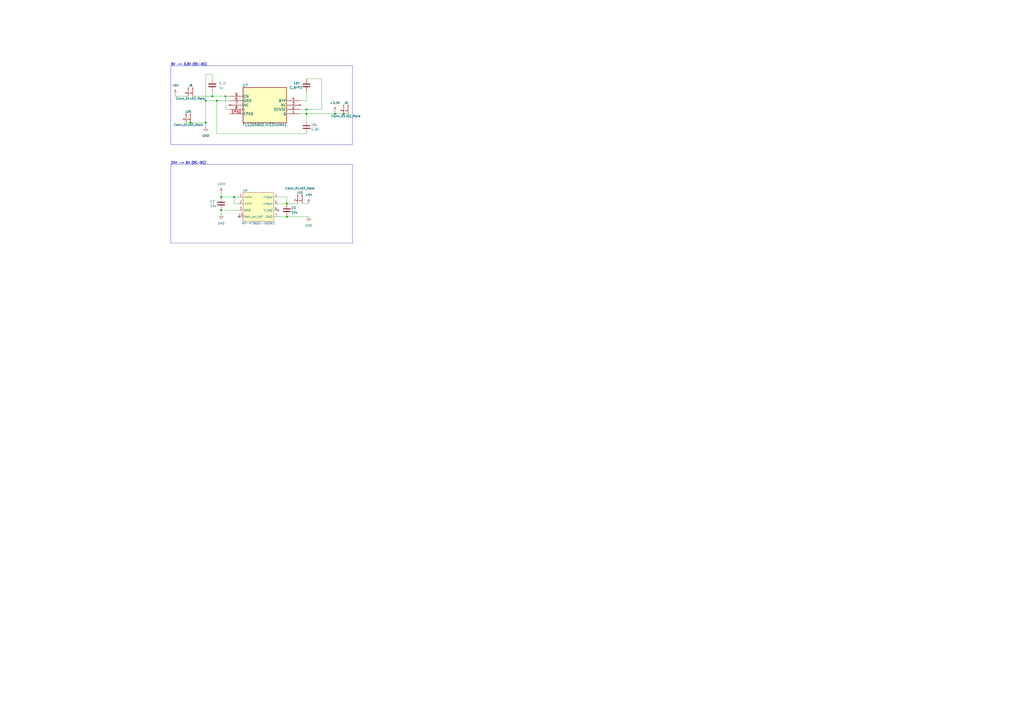
<source format=kicad_sch>
(kicad_sch (version 20230121) (generator eeschema)
  (paper "A2")
  (title_block (title "3-phase DC/AC converter with SV-PWM") (date "2023-03-16") (rev "V. 1.1") (comment 1 "Ingrid Hovland") (comment 2 "Eirik Skorve Haugland") (comment 3 "Marius Englund"))
  (lib_symbols
    (symbol "Connector:Conn_01x02_Male" (pin_names (offset 1.016) hide)
      (property "Reference" "J" (at 0 2.54 0))
      (property "Value" "Conn_01x02_Male" (at 0 -5.08 0))
      (symbol "Conn_01x02_Male_1_1"
        (polyline (pts (xy 1.27 -2.54) (xy 0.8636 -2.54)) (stroke (width 0.1524)))
        (polyline (pts (xy 1.27 0) (xy 0.8636 0)) (stroke (width 0.1524)))
        (rectangle (start 0.8636 -2.413) (end 0 -2.667) (stroke (width 0.1524)) (fill (type outline)))
        (rectangle (start 0.8636 0.127) (end 0 -0.127) (stroke (width 0.1524)) (fill (type outline)))
        (pin passive line (at 5.08 0 180) (length 3.81) (name "Pin_1") (number "1"))
        (pin passive line (at 5.08 -2.54 180) (length 3.81) (name "Pin_2") (number "2"))
      )
    )
    (symbol "Device:C" (pin_numbers hide) (pin_names (offset 0.254))
      (property "Reference" "C" (at 0.635 2.54 0))
      (property "Value" "C" (at 0.635 -2.54 0))
      (symbol "C_0_1"
        (polyline (pts (xy -2.032 -0.762) (xy 2.032 -0.762)) (stroke (width 0.508)))
        (polyline (pts (xy -2.032 0.762) (xy 2.032 0.762)) (stroke (width 0.508)))
      )
      (symbol "C_1_1"
        (pin passive line (at 0 3.81 270) (length 2.794) (name "~") (number "1"))
        (pin passive line (at 0 -3.81 90) (length 2.794) (name "~") (number "2"))
      )
    )
    (symbol "Multicome-mp-k7805t-500r3:MP-K7805T-500R3"
      (property "Reference" "U6" (at 0 3.81 0))
      (property "Value" "MP-K7805T-500R3" (at 0 1.27 0))
      (symbol "MP-K7805T-500R3_0_1"
        (rectangle (start -8.89 -1.27) (end 8.89 -17.78) (fill (type background)))
      )
      (symbol "MP-K7805T-500R3_1_1"
        (pin power_in line (at -11.43 -3.81 0) (length 2.54) (name "+Vin") (number "1"))
        (pin input line (at -11.43 -15.24 0) (length 2.54) (name "Rmt_on/off") (number "10"))
        (pin power_in line (at -11.43 -7.62 0) (length 2.54) (name "+Vin") (number "2"))
        (pin power_in line (at -11.43 -11.43 0) (length 2.54) (name "GND") (number "3"))
        (pin power_out line (at 11.43 -3.81 180) (length 2.54) (name "+Vout") (number "4"))
        (pin power_out line (at 11.43 -7.62 180) (length 2.54) (name "+Vout") (number "5"))
        (pin input line (at 11.43 -11.43 180) (length 2.54) (name "V_adj") (number "6"))
        (pin power_out line (at 11.43 -15.24 180) (length 2.54) (name "GND") (number "7"))
      )
    )
    (symbol "TLS205B0EJV33XUMA1 v.1:TLS205B0EJV33XUMA1" (pin_names (offset 0.254))
      (property "Reference" "U7" (at 8.89 6.35 0))
      (property "Value" "TLS205B0EJV33XUMA1" (at 20.32 -16.51 0))
      (symbol "TLS205B0EJV33XUMA1_0_1"
        (rectangle (start 7.62 5.08) (end 33.02 -15.24))
        (rectangle (start 7.62 5.08) (end 33.02 -15.24) (fill (type background)))
      )
      (symbol "TLS205B0EJV33XUMA1_1_1"
        (polyline (pts (xy 7.62 -15.24) (xy 33.02 -15.24)) (stroke (width 0.127)))
        (polyline (pts (xy 7.62 5.08) (xy 7.62 -15.24)) (stroke (width 0.127)))
        (polyline (pts (xy 33.02 -15.24) (xy 33.02 5.08)) (stroke (width 0.127)))
        (polyline (pts (xy 33.02 5.08) (xy 7.62 5.08)) (stroke (width 0.127)))
        (pin unspecified line (at 0 0 0) (length 7.62) (name "Q") (number "1"))
        (pin unspecified line (at 0 -2.54 0) (length 7.62) (name "SENSE") (number "2"))
        (pin no_connect line (at 0 -5.08 0) (length 7.62) (name "NC") (number "3"))
        (pin unspecified line (at 0 -7.62 0) (length 7.62) (name "BYP") (number "4"))
        (pin unspecified line (at 40.64 -10.16 180) (length 7.62) (name "EN") (number "5"))
        (pin power_in line (at 40.64 -7.62 180) (length 7.62) (name "GND") (number "6"))
        (pin no_connect line (at 40.64 -5.08 180) (length 7.62) (name "NC") (number "7"))
        (pin unspecified line (at 40.64 -2.54 180) (length 7.62) (name "I") (number "8"))
        (pin unspecified line (at 40.64 0 180) (length 7.62) (name "EPAD") (number "EPAD"))
      )
    )
    (symbol "power:+24V" (power) (pin_names (offset 0))
      (property "Value" "+24V" (at 0 3.556 0))
      (symbol "+24V_0_1"
        (polyline (pts (xy -0.762 1.27) (xy 0 2.54)))
        (polyline (pts (xy 0 0) (xy 0 2.54)))
        (polyline (pts (xy 0 2.54) (xy 0.762 1.27)))
      )
      (symbol "+24V_1_1"
        (pin power_in line (at 0 0 90) (length 0) hide (name "+24V") (number "1"))
      )
    )
    (symbol "power:+3.3V" (power) (pin_names (offset 0))
      (property "Value" "+3.3V" (at 0 3.556 0))
      (symbol "+3.3V_0_1"
        (polyline (pts (xy -0.762 1.27) (xy 0 2.54)))
        (polyline (pts (xy 0 0) (xy 0 2.54)))
        (polyline (pts (xy 0 2.54) (xy 0.762 1.27)))
      )
      (symbol "+3.3V_1_1"
        (pin power_in line (at 0 0 90) (length 0) hide (name "+3.3V") (number "1"))
      )
    )
    (symbol "power:+5V" (power) (pin_names (offset 0))
      (property "Value" "+5V" (at 0 3.556 0))
      (symbol "+5V_0_1"
        (polyline (pts (xy -0.762 1.27) (xy 0 2.54)))
        (polyline (pts (xy 0 0) (xy 0 2.54)))
        (polyline (pts (xy 0 2.54) (xy 0.762 1.27)))
      )
      (symbol "+5V_1_1"
        (pin power_in line (at 0 0 90) (length 0) hide (name "+5V") (number "1"))
      )
    )
    (symbol "power:GND" (power) (pin_names (offset 0))
      (property "Value" "GND" (at 0 -3.81 0))
      (symbol "GND_0_1"
        (polyline (pts (xy 0 0) (xy 0 -1.27) (xy 1.27 -1.27) (xy 0 -2.54) (xy -1.27 -1.27) (xy 0 -1.27)))
      )
      (symbol "GND_1_1"
        (pin power_in line (at 0 0 270) (length 0) hide (name "GND") (number "1"))
      )
    )
  )
  (junction (at 177.8 66.04))
  (junction (at 119.38 58.42))
  (junction (at 166.37 118.11))
  (junction (at 125.73 58.42))
  (junction (at 199.39 66.04))
  (junction (at 166.37 125.73))
  (junction (at 135.89 114.3))
  (junction (at 130.81 55.88))
  (junction (at 110.49 71.12))
  (junction (at 128.27 114.3))
  (junction (at 177.8 63.5))
  (junction (at 194.31 66.04))
  (junction (at 128.27 121.92))
  (junction (at 123.19 55.88))
  (junction (at 119.38 71.12))
  (no_connect (at 138.43 125.73))
  (no_connect (at 161.29 121.92))
  (wire (pts (xy 111.76 55.88) (xy 123.19 55.88)))
  (polyline (pts (xy 99.06 140.97) (xy 204.47 140.97)))
  (wire (pts (xy 123.19 43.18) (xy 119.38 43.18)))
  (wire (pts (xy 186.69 45.72) (xy 186.69 63.5)))
  (wire (pts (xy 135.89 118.11) (xy 135.89 114.3)))
  (wire (pts (xy 161.29 125.73) (xy 166.37 125.73)))
  (wire (pts (xy 119.38 43.18) (xy 119.38 58.42)))
  (wire (pts (xy 177.8 66.04) (xy 177.8 69.85)))
  (wire (pts (xy 177.8 45.72) (xy 186.69 45.72)))
  (polyline (pts (xy 99.06 83.82) (xy 204.47 83.82)))
  (wire (pts (xy 119.38 58.42) (xy 119.38 71.12)))
  (wire (pts (xy 128.27 121.92) (xy 138.43 121.92)))
  (polyline (pts (xy 99.06 95.25) (xy 99.06 140.97)))
  (wire (pts (xy 119.38 58.42) (xy 125.73 58.42)))
  (polyline (pts (xy 99.06 38.1) (xy 204.47 38.1)))
  (wire (pts (xy 194.31 66.04) (xy 199.39 66.04)))
  (wire (pts (xy 101.6 55.88) (xy 109.22 55.88)))
  (wire (pts (xy 166.37 118.11) (xy 172.72 118.11)))
  (polyline (pts (xy 99.06 95.25) (xy 204.47 95.25)))
  (wire (pts (xy 125.73 58.42) (xy 133.35 58.42)))
  (wire (pts (xy 173.99 63.5) (xy 177.8 63.5)))
  (wire (pts (xy 135.89 114.3) (xy 138.43 114.3)))
  (wire (pts (xy 199.39 66.04) (xy 201.93 66.04)))
  (wire (pts (xy 186.69 63.5) (xy 177.8 63.5)))
  (polyline (pts (xy 99.06 38.1) (xy 99.06 83.82)))
  (wire (pts (xy 125.73 77.47) (xy 125.73 58.42)))
  (polyline (pts (xy 204.47 140.97) (xy 204.47 95.25)))
  (wire (pts (xy 194.31 66.04) (xy 194.31 64.77)))
  (wire (pts (xy 107.95 71.12) (xy 110.49 71.12)))
  (wire (pts (xy 101.6 54.61) (xy 101.6 55.88)))
  (wire (pts (xy 123.19 55.88) (xy 130.81 55.88)))
  (wire (pts (xy 173.99 58.42) (xy 177.8 58.42)))
  (wire (pts (xy 110.49 71.12) (xy 119.38 71.12)))
  (wire (pts (xy 173.99 66.04) (xy 177.8 66.04)))
  (wire (pts (xy 177.8 63.5) (xy 177.8 66.04)))
  (wire (pts (xy 175.26 118.11) (xy 179.07 118.11)))
  (wire (pts (xy 128.27 121.92) (xy 128.27 124.46)))
  (wire (pts (xy 130.81 55.88) (xy 133.35 55.88)))
  (wire (pts (xy 166.37 125.73) (xy 179.07 125.73)))
  (wire (pts (xy 177.8 58.42) (xy 177.8 53.34)))
  (wire (pts (xy 177.8 77.47) (xy 125.73 77.47)))
  (wire (pts (xy 166.37 114.3) (xy 166.37 118.11)))
  (wire (pts (xy 123.19 53.34) (xy 123.19 55.88)))
  (wire (pts (xy 161.29 114.3) (xy 166.37 114.3)))
  (polyline (pts (xy 204.47 83.82) (xy 204.47 38.1)))
  (wire (pts (xy 128.27 111.76) (xy 128.27 114.3)))
  (wire (pts (xy 177.8 66.04) (xy 194.31 66.04)))
  (wire (pts (xy 133.35 63.5) (xy 130.81 63.5)))
  (wire (pts (xy 161.29 118.11) (xy 166.37 118.11)))
  (wire (pts (xy 130.81 63.5) (xy 130.81 55.88)))
  (wire (pts (xy 138.43 118.11) (xy 135.89 118.11)))
  (wire (pts (xy 119.38 71.12) (xy 119.38 73.66)))
  (wire (pts (xy 128.27 114.3) (xy 135.89 114.3)))
  (wire (pts (xy 123.19 45.72) (xy 123.19 43.18)))
  (text "24V -> 5V (DC-DC)" (at 99.06 95.25 0) (effects (font (size 1.27 1.27) (thickness 0.254) bold) (justify left bottom)))
  (text "5V -> 3.3V (DC-DC)" (at 99.06 38.1 0) (effects (font (size 1.27 1.27) (thickness 0.254) bold) (justify left bottom)))
  (symbol (lib_id "Multicome-mp-k7805t-500r3:MP-K7805T-500R3") (at 149.86 110.49 0) (unit 1)
    (property "Reference" "U6" (at 142.24 110.49 0))
    (property "Value" "MP-K7805T-500R3" (at 149.86 129.54 0))
    (property "Footprint" "SVPWM-LIB-footprints:Multicomp-MPK7803T500R3" (effects hide))
  )
  (symbol (lib_id "power:+5V") (at 179.07 118.11 0) (unit 1)
    (property "Reference" "#PWR0115" (effects hide))
    (property "Value" "+5V" (at 179.07 113.03 0))
  )
  (symbol (lib_id "power:+24V") (at 128.27 111.76 0) (unit 1)
    (property "Reference" "#PWR0117" (effects hide))
    (property "Value" "+24V" (at 128.27 106.68 0))
  )
  (symbol (lib_id "Connector:Conn_01x02_Male") (at 201.93 60.96 270) (unit 1)
    (property "Reference" "J9" (at 200.66 59.69 90))
    (property "Value" "Conn_01x02_Male" (at 200.66 67.31 90))
    (property "Footprint" "Connector_PinHeader_1.00mm:PinHeader_1x02_P1.00mm_Vertical" (effects hide))
  )
  (symbol (lib_id "Device:C") (at 177.8 73.66 180) (unit 1)
    (property "Reference" "C_Q1" (at 185.42 74.93 0) (effects (justify left)))
    (property "Value" "10u" (at 184.15 72.39 0) (effects (justify left)))
    (property "Footprint" "Capacitor_SMD:C_1206_3216Metric_Pad1.33x1.80mm_HandSolder" (effects hide))
  )
  (symbol (lib_id "Device:C") (at 128.27 118.11 0) (unit 1)
    (property "Reference" "C2" (at 121.92 116.84 0) (effects (justify left)))
    (property "Value" "10u" (at 121.92 119.38 0) (effects (justify left)))
    (property "Footprint" "Capacitor_SMD:C_1206_3216Metric_Pad1.33x1.80mm_HandSolder" (effects hide))
  )
  (symbol (lib_id "power:GND") (at 179.07 125.73 0) (unit 1)
    (property "Reference" "#PWR0102" (effects hide))
    (property "Value" "GND" (at 179.07 130.81 0))
  )
  (symbol (lib_id "power:GND") (at 119.38 73.66 0) (unit 1)
    (property "Reference" "#PWR0119" (effects hide))
    (property "Value" "GND" (at 119.38 78.74 0))
  )
  (symbol (lib_id "Device:C") (at 177.8 49.53 180) (unit 1)
    (property "Reference" "C_BYP2" (at 175.26 50.8 0) (effects (justify left)))
    (property "Value" "10n" (at 173.99 48.26 0) (effects (justify left)))
    (property "Footprint" "Capacitor_SMD:C_1206_3216Metric_Pad1.33x1.80mm_HandSolder" (effects hide))
  )
  (symbol (lib_id "Connector:Conn_01x02_Male") (at 175.26 113.03 270) (unit 1)
    (property "Reference" "J10" (at 173.99 111.76 90))
    (property "Value" "Conn_01x02_Male" (at 173.99 109.22 90))
    (property "Footprint" "Connector_PinHeader_1.00mm:PinHeader_1x02_P1.00mm_Vertical" (effects hide))
  )
  (symbol (lib_id "TLS205B0EJV33XUMA1 v.1:TLS205B0EJV33XUMA1") (at 173.99 66.04 180) (unit 1)
    (property "Reference" "U7" (at 142.24 49.53 0) (effects (font (size 1.524 1.524))))
    (property "Value" "TLS205B0EJV33XUMA1" (at 153.67 72.39 0) (effects (font (size 1.524 1.524))))
    (property "Footprint" "SVPWM-LIB-footprints:TLS205B0EJV33XUMA1-SOIC127P600X170-9N" (effects hide))
  )
  (symbol (lib_id "Device:C") (at 166.37 121.92 0) (unit 1)
    (property "Reference" "C3" (at 168.91 120.65 0) (effects (justify left)))
    (property "Value" "22u" (at 168.91 123.19 0) (effects (justify left)))
    (property "Footprint" "Capacitor_SMD:C_1206_3216Metric_Pad1.33x1.80mm_HandSolder" (effects hide))
  )
  (symbol (lib_id "power:+3.3V") (at 194.31 64.77 0) (unit 1)
    (property "Reference" "#PWR0116" (effects hide))
    (property "Value" "+3.3V" (at 194.31 59.69 0))
  )
  (symbol (lib_id "power:GND") (at 128.27 124.46 0) (unit 1)
    (property "Reference" "#PWR0101" (effects hide))
    (property "Value" "GND" (at 128.27 129.54 0))
  )
  (symbol (lib_id "power:+5V") (at 101.6 54.61 0) (unit 1)
    (property "Reference" "#PWR0118" (effects hide))
    (property "Value" "+5V" (at 101.6 49.53 0))
  )
  (symbol (lib_id "Connector:Conn_01x02_Male") (at 110.49 66.04 270) (unit 1)
    (property "Reference" "J26" (at 109.22 64.77 90))
    (property "Value" "Conn_01x02_Male" (at 109.22 72.39 90))
    (property "Footprint" "Connector_PinHeader_1.00mm:PinHeader_1x02_P1.00mm_Vertical" (effects hide))
  )
  (symbol (lib_id "Device:C") (at 123.19 49.53 180) (unit 1)
    (property "Reference" "C_I1" (at 127 48.2599 0) (effects (justify right)))
    (property "Value" "1u" (at 127 50.7999 0) (effects (justify right)))
    (property "Footprint" "Capacitor_SMD:C_1206_3216Metric_Pad1.33x1.80mm_HandSolder" (effects hide))
  )
  (symbol (lib_id "Connector:Conn_01x02_Male") (at 111.76 50.8 270) (unit 1)
    (property "Reference" "J8" (at 110.49 49.53 90))
    (property "Value" "Conn_01x02_Male" (at 110.49 57.15 90))
    (property "Footprint" "Connector_PinHeader_1.00mm:PinHeader_1x02_P1.00mm_Vertical" (effects hide))
  )
)
</source>
